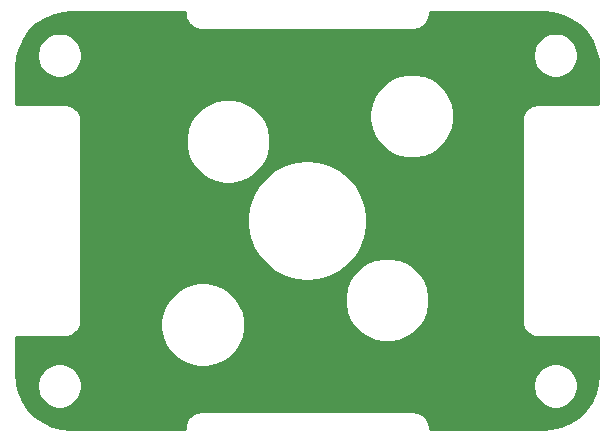
<source format=gbl>
G04 #@! TF.GenerationSoftware,KiCad,Pcbnew,(5.1.9)-1*
G04 #@! TF.CreationDate,2021-08-06T09:53:28+02:00*
G04 #@! TF.ProjectId,Driver,44726976-6572-42e6-9b69-6361645f7063,rev?*
G04 #@! TF.SameCoordinates,Original*
G04 #@! TF.FileFunction,Copper,L2,Bot*
G04 #@! TF.FilePolarity,Positive*
%FSLAX46Y46*%
G04 Gerber Fmt 4.6, Leading zero omitted, Abs format (unit mm)*
G04 Created by KiCad (PCBNEW (5.1.9)-1) date 2021-08-06 09:53:28*
%MOMM*%
%LPD*%
G01*
G04 APERTURE LIST*
G04 #@! TA.AperFunction,ComponentPad*
%ADD10C,0.600000*%
G04 #@! TD*
G04 #@! TA.AperFunction,ViaPad*
%ADD11C,0.600000*%
G04 #@! TD*
G04 #@! TA.AperFunction,Conductor*
%ADD12C,0.254000*%
G04 #@! TD*
G04 #@! TA.AperFunction,Conductor*
%ADD13C,0.100000*%
G04 #@! TD*
G04 APERTURE END LIST*
D10*
X162617904Y-82513591D03*
D11*
X131617904Y-93513591D03*
X129117904Y-93513591D03*
X126617904Y-93513591D03*
X124117904Y-93513591D03*
X124117904Y-96013591D03*
X126617904Y-96013591D03*
X129117904Y-96013591D03*
X131617904Y-96013591D03*
X131617904Y-98513591D03*
X129117904Y-98513591D03*
X124117904Y-98513591D03*
X126617904Y-98513591D03*
X124117904Y-101013591D03*
X126617904Y-101013591D03*
X129117904Y-101013591D03*
X124117904Y-103513591D03*
X126617904Y-103513591D03*
X129117904Y-103513591D03*
X134117904Y-93513591D03*
X127867904Y-97263591D03*
X130367904Y-97263591D03*
X125367904Y-97263591D03*
X125367904Y-99763591D03*
X127867904Y-99763591D03*
D12*
X131265905Y-76030883D02*
X131267419Y-76046260D01*
X131267376Y-76052475D01*
X131267856Y-76057367D01*
X131288257Y-76251464D01*
X131294676Y-76282736D01*
X131300650Y-76314053D01*
X131302071Y-76318758D01*
X131359783Y-76505196D01*
X131372130Y-76534567D01*
X131384097Y-76564187D01*
X131386404Y-76568526D01*
X131479229Y-76740203D01*
X131497062Y-76766641D01*
X131514539Y-76793349D01*
X131517646Y-76797158D01*
X131642050Y-76947536D01*
X131664663Y-76969991D01*
X131687008Y-76992810D01*
X131690796Y-76995942D01*
X131842038Y-77119292D01*
X131868580Y-77136927D01*
X131894935Y-77154972D01*
X131899258Y-77157310D01*
X132071581Y-77248935D01*
X132101071Y-77261090D01*
X132130400Y-77273660D01*
X132135095Y-77275114D01*
X132321931Y-77331523D01*
X132353208Y-77337716D01*
X132384432Y-77344353D01*
X132389320Y-77344866D01*
X132583554Y-77363911D01*
X132600612Y-77365591D01*
X150635196Y-77365591D01*
X150650582Y-77364076D01*
X150656788Y-77364119D01*
X150661680Y-77363639D01*
X150855777Y-77343238D01*
X150887049Y-77336819D01*
X150918366Y-77330845D01*
X150923069Y-77329425D01*
X150923075Y-77329423D01*
X151109509Y-77271712D01*
X151138880Y-77259365D01*
X151168500Y-77247398D01*
X151172839Y-77245091D01*
X151344516Y-77152266D01*
X151370954Y-77134433D01*
X151397662Y-77116956D01*
X151401471Y-77113849D01*
X151551849Y-76989445D01*
X151574304Y-76966832D01*
X151597123Y-76944487D01*
X151600255Y-76940699D01*
X151723605Y-76789457D01*
X151741240Y-76762915D01*
X151759285Y-76736560D01*
X151761623Y-76732237D01*
X151853248Y-76559914D01*
X151865403Y-76530424D01*
X151877973Y-76501095D01*
X151879427Y-76496400D01*
X151935836Y-76309564D01*
X151942029Y-76278287D01*
X151948666Y-76247063D01*
X151949179Y-76242175D01*
X151968224Y-76047941D01*
X151969904Y-76030883D01*
X151969904Y-75865591D01*
X161602232Y-75865591D01*
X162440746Y-75940426D01*
X163237579Y-76158415D01*
X163983216Y-76514067D01*
X164654091Y-76996139D01*
X165228991Y-77589389D01*
X165689750Y-78275072D01*
X166021806Y-79031515D01*
X166215308Y-79837507D01*
X166265905Y-80526516D01*
X166265904Y-83661591D01*
X161100612Y-83661591D01*
X161085226Y-83663106D01*
X161079019Y-83663063D01*
X161074128Y-83663543D01*
X160880031Y-83683944D01*
X160848759Y-83690363D01*
X160817442Y-83696337D01*
X160812739Y-83697757D01*
X160812733Y-83697759D01*
X160626299Y-83755470D01*
X160596928Y-83767817D01*
X160567308Y-83779784D01*
X160562969Y-83782092D01*
X160391292Y-83874916D01*
X160364854Y-83892749D01*
X160338146Y-83910226D01*
X160334337Y-83913333D01*
X160183959Y-84037737D01*
X160161504Y-84060350D01*
X160138685Y-84082695D01*
X160135553Y-84086483D01*
X160012203Y-84237725D01*
X159994580Y-84264249D01*
X159976523Y-84290621D01*
X159974185Y-84294945D01*
X159882560Y-84467267D01*
X159870405Y-84496757D01*
X159857835Y-84526086D01*
X159856382Y-84530782D01*
X159799972Y-84717618D01*
X159793776Y-84748910D01*
X159787142Y-84780120D01*
X159786629Y-84785008D01*
X159767584Y-84979241D01*
X159765904Y-84996300D01*
X159765905Y-102030883D01*
X159767419Y-102046260D01*
X159767376Y-102052475D01*
X159767856Y-102057367D01*
X159788257Y-102251464D01*
X159794676Y-102282736D01*
X159800650Y-102314053D01*
X159802071Y-102318758D01*
X159859783Y-102505196D01*
X159872130Y-102534567D01*
X159884097Y-102564187D01*
X159886404Y-102568526D01*
X159979229Y-102740203D01*
X159997062Y-102766641D01*
X160014539Y-102793349D01*
X160017646Y-102797158D01*
X160142050Y-102947536D01*
X160164663Y-102969991D01*
X160187008Y-102992810D01*
X160190796Y-102995942D01*
X160342038Y-103119292D01*
X160368580Y-103136927D01*
X160394935Y-103154972D01*
X160399258Y-103157310D01*
X160571581Y-103248935D01*
X160601071Y-103261090D01*
X160630400Y-103273660D01*
X160635095Y-103275114D01*
X160821931Y-103331523D01*
X160853208Y-103337716D01*
X160884432Y-103344353D01*
X160889320Y-103344866D01*
X161083554Y-103363911D01*
X161100612Y-103365591D01*
X166265905Y-103365591D01*
X166265904Y-106497919D01*
X166191069Y-107336433D01*
X165973080Y-108133264D01*
X165617427Y-108878906D01*
X165135356Y-109549778D01*
X164542106Y-110124678D01*
X163856423Y-110585437D01*
X163099980Y-110917493D01*
X162293988Y-111110995D01*
X161604993Y-111161591D01*
X151969904Y-111161591D01*
X151969904Y-110996299D01*
X151968389Y-110980913D01*
X151968432Y-110974706D01*
X151967952Y-110969815D01*
X151947551Y-110775718D01*
X151941132Y-110744446D01*
X151935158Y-110713129D01*
X151933737Y-110708424D01*
X151876025Y-110521986D01*
X151863678Y-110492615D01*
X151851711Y-110462995D01*
X151849403Y-110458656D01*
X151756579Y-110286979D01*
X151738746Y-110260541D01*
X151721269Y-110233833D01*
X151718162Y-110230024D01*
X151593758Y-110079646D01*
X151571145Y-110057191D01*
X151548800Y-110034372D01*
X151545012Y-110031240D01*
X151393770Y-109907890D01*
X151367246Y-109890267D01*
X151340874Y-109872210D01*
X151336550Y-109869872D01*
X151164228Y-109778247D01*
X151134738Y-109766092D01*
X151105409Y-109753522D01*
X151100713Y-109752069D01*
X150913877Y-109695659D01*
X150882585Y-109689463D01*
X150851375Y-109682829D01*
X150846487Y-109682316D01*
X150652254Y-109663271D01*
X150635196Y-109661591D01*
X132600612Y-109661591D01*
X132585226Y-109663106D01*
X132579019Y-109663063D01*
X132574128Y-109663543D01*
X132380031Y-109683944D01*
X132348759Y-109690363D01*
X132317442Y-109696337D01*
X132312739Y-109697757D01*
X132312733Y-109697759D01*
X132126299Y-109755470D01*
X132096928Y-109767817D01*
X132067308Y-109779784D01*
X132062969Y-109782092D01*
X131891292Y-109874916D01*
X131864854Y-109892749D01*
X131838146Y-109910226D01*
X131834337Y-109913333D01*
X131683959Y-110037737D01*
X131661504Y-110060350D01*
X131638685Y-110082695D01*
X131635553Y-110086483D01*
X131512203Y-110237725D01*
X131494580Y-110264249D01*
X131476523Y-110290621D01*
X131474185Y-110294945D01*
X131382560Y-110467267D01*
X131370405Y-110496757D01*
X131357835Y-110526086D01*
X131356382Y-110530782D01*
X131299972Y-110717618D01*
X131293776Y-110748910D01*
X131287142Y-110780120D01*
X131286629Y-110785008D01*
X131267633Y-110978746D01*
X131265904Y-110996300D01*
X131265904Y-111161591D01*
X121633576Y-111161591D01*
X120795062Y-111086756D01*
X119998231Y-110868767D01*
X119252589Y-110513114D01*
X118581717Y-110031043D01*
X118006817Y-109437793D01*
X117546058Y-108752110D01*
X117214002Y-107995667D01*
X117053038Y-107325202D01*
X118705159Y-107325202D01*
X118705159Y-107701980D01*
X118778665Y-108071518D01*
X118922851Y-108419616D01*
X119132178Y-108732895D01*
X119398600Y-108999317D01*
X119711879Y-109208644D01*
X120059977Y-109352830D01*
X120429515Y-109426336D01*
X120806293Y-109426336D01*
X121175831Y-109352830D01*
X121523929Y-109208644D01*
X121837208Y-108999317D01*
X122103630Y-108732895D01*
X122312957Y-108419616D01*
X122457143Y-108071518D01*
X122530649Y-107701980D01*
X122530649Y-107325202D01*
X160705159Y-107325202D01*
X160705159Y-107701980D01*
X160778665Y-108071518D01*
X160922851Y-108419616D01*
X161132178Y-108732895D01*
X161398600Y-108999317D01*
X161711879Y-109208644D01*
X162059977Y-109352830D01*
X162429515Y-109426336D01*
X162806293Y-109426336D01*
X163175831Y-109352830D01*
X163523929Y-109208644D01*
X163837208Y-108999317D01*
X164103630Y-108732895D01*
X164312957Y-108419616D01*
X164457143Y-108071518D01*
X164530649Y-107701980D01*
X164530649Y-107325202D01*
X164457143Y-106955664D01*
X164312957Y-106607566D01*
X164103630Y-106294287D01*
X163837208Y-106027865D01*
X163523929Y-105818538D01*
X163175831Y-105674352D01*
X162806293Y-105600846D01*
X162429515Y-105600846D01*
X162059977Y-105674352D01*
X161711879Y-105818538D01*
X161398600Y-106027865D01*
X161132178Y-106294287D01*
X160922851Y-106607566D01*
X160778665Y-106955664D01*
X160705159Y-107325202D01*
X122530649Y-107325202D01*
X122457143Y-106955664D01*
X122312957Y-106607566D01*
X122103630Y-106294287D01*
X121837208Y-106027865D01*
X121523929Y-105818538D01*
X121175831Y-105674352D01*
X120806293Y-105600846D01*
X120429515Y-105600846D01*
X120059977Y-105674352D01*
X119711879Y-105818538D01*
X119398600Y-106027865D01*
X119132178Y-106294287D01*
X118922851Y-106607566D01*
X118778665Y-106955664D01*
X118705159Y-107325202D01*
X117053038Y-107325202D01*
X117020500Y-107189675D01*
X116969904Y-106500680D01*
X116969904Y-103365591D01*
X121135196Y-103365591D01*
X121150582Y-103364076D01*
X121156788Y-103364119D01*
X121161680Y-103363639D01*
X121355777Y-103343238D01*
X121387049Y-103336819D01*
X121418366Y-103330845D01*
X121423069Y-103329425D01*
X121423075Y-103329423D01*
X121609509Y-103271712D01*
X121638880Y-103259365D01*
X121668500Y-103247398D01*
X121672839Y-103245091D01*
X121844516Y-103152266D01*
X121870954Y-103134433D01*
X121897662Y-103116956D01*
X121901471Y-103113849D01*
X122051849Y-102989445D01*
X122074304Y-102966832D01*
X122097123Y-102944487D01*
X122100255Y-102940699D01*
X122223605Y-102789457D01*
X122241240Y-102762915D01*
X122259285Y-102736560D01*
X122261623Y-102732237D01*
X122353248Y-102559914D01*
X122365403Y-102530424D01*
X122377973Y-102501095D01*
X122379427Y-102496400D01*
X122435836Y-102309564D01*
X122442029Y-102278287D01*
X122448666Y-102247063D01*
X122449179Y-102242175D01*
X122468224Y-102047941D01*
X122469904Y-102030883D01*
X122469904Y-101975043D01*
X129188273Y-101975043D01*
X129188273Y-102682139D01*
X129326220Y-103375648D01*
X129596814Y-104028919D01*
X129989655Y-104616848D01*
X130489647Y-105116840D01*
X131077576Y-105509681D01*
X131730847Y-105780275D01*
X132424356Y-105918222D01*
X133131452Y-105918222D01*
X133824961Y-105780275D01*
X134478232Y-105509681D01*
X135066161Y-105116840D01*
X135566153Y-104616848D01*
X135958994Y-104028919D01*
X136229588Y-103375648D01*
X136367535Y-102682139D01*
X136367535Y-101975043D01*
X136229588Y-101281534D01*
X135958994Y-100628263D01*
X135566153Y-100040334D01*
X135405201Y-99879382D01*
X144777612Y-99879382D01*
X144777612Y-100586478D01*
X144915559Y-101279987D01*
X145186153Y-101933258D01*
X145578994Y-102521187D01*
X146078986Y-103021179D01*
X146666915Y-103414020D01*
X147320186Y-103684614D01*
X148013695Y-103822561D01*
X148720791Y-103822561D01*
X149414300Y-103684614D01*
X150067571Y-103414020D01*
X150655500Y-103021179D01*
X151155492Y-102521187D01*
X151548333Y-101933258D01*
X151818927Y-101279987D01*
X151956874Y-100586478D01*
X151956874Y-99879382D01*
X151818927Y-99185873D01*
X151548333Y-98532602D01*
X151155492Y-97944673D01*
X150655500Y-97444681D01*
X150067571Y-97051840D01*
X149414300Y-96781246D01*
X148720791Y-96643299D01*
X148013695Y-96643299D01*
X147320186Y-96781246D01*
X146666915Y-97051840D01*
X146078986Y-97444681D01*
X145578994Y-97944673D01*
X145186153Y-98532602D01*
X144915559Y-99185873D01*
X144777612Y-99879382D01*
X135405201Y-99879382D01*
X135066161Y-99540342D01*
X134478232Y-99147501D01*
X133824961Y-98876907D01*
X133131452Y-98738960D01*
X132424356Y-98738960D01*
X131730847Y-98876907D01*
X131077576Y-99147501D01*
X130489647Y-99540342D01*
X129989655Y-100040334D01*
X129596814Y-100628263D01*
X129326220Y-101281534D01*
X129188273Y-101975043D01*
X122469904Y-101975043D01*
X122469904Y-93040992D01*
X136517754Y-93040992D01*
X136517754Y-93986190D01*
X136691433Y-94915293D01*
X137032878Y-95796663D01*
X137530460Y-96600286D01*
X138167235Y-97298795D01*
X138921518Y-97868403D01*
X139767624Y-98289714D01*
X140676739Y-98548379D01*
X141617904Y-98635591D01*
X142559069Y-98548379D01*
X143468184Y-98289714D01*
X144314290Y-97868403D01*
X145068573Y-97298795D01*
X145705348Y-96600286D01*
X146202930Y-95796663D01*
X146544375Y-94915293D01*
X146718054Y-93986190D01*
X146718054Y-93040992D01*
X146544375Y-92111889D01*
X146202930Y-91230519D01*
X145705348Y-90426896D01*
X145068573Y-89728387D01*
X144314290Y-89158779D01*
X143468184Y-88737468D01*
X142559069Y-88478803D01*
X141617904Y-88391591D01*
X140676739Y-88478803D01*
X139767624Y-88737468D01*
X138921518Y-89158779D01*
X138167235Y-89728387D01*
X137530460Y-90426896D01*
X137032878Y-91230519D01*
X136691433Y-92111889D01*
X136517754Y-93040992D01*
X122469904Y-93040992D01*
X122469904Y-86440043D01*
X131318273Y-86440043D01*
X131318273Y-87147139D01*
X131456220Y-87840648D01*
X131726814Y-88493919D01*
X132119655Y-89081848D01*
X132619647Y-89581840D01*
X133207576Y-89974681D01*
X133860847Y-90245275D01*
X134554356Y-90383222D01*
X135261452Y-90383222D01*
X135954961Y-90245275D01*
X136608232Y-89974681D01*
X137196161Y-89581840D01*
X137696153Y-89081848D01*
X138088994Y-88493919D01*
X138359588Y-87840648D01*
X138497535Y-87147139D01*
X138497535Y-86440043D01*
X138359588Y-85746534D01*
X138088994Y-85093263D01*
X137696153Y-84505334D01*
X137500862Y-84310043D01*
X146878273Y-84310043D01*
X146878273Y-85017139D01*
X147016220Y-85710648D01*
X147286814Y-86363919D01*
X147679655Y-86951848D01*
X148179647Y-87451840D01*
X148767576Y-87844681D01*
X149420847Y-88115275D01*
X150114356Y-88253222D01*
X150821452Y-88253222D01*
X151514961Y-88115275D01*
X152168232Y-87844681D01*
X152756161Y-87451840D01*
X153256153Y-86951848D01*
X153648994Y-86363919D01*
X153919588Y-85710648D01*
X154057535Y-85017139D01*
X154057535Y-84310043D01*
X153919588Y-83616534D01*
X153648994Y-82963263D01*
X153256153Y-82375334D01*
X152756161Y-81875342D01*
X152168232Y-81482501D01*
X151514961Y-81211907D01*
X150821452Y-81073960D01*
X150114356Y-81073960D01*
X149420847Y-81211907D01*
X148767576Y-81482501D01*
X148179647Y-81875342D01*
X147679655Y-82375334D01*
X147286814Y-82963263D01*
X147016220Y-83616534D01*
X146878273Y-84310043D01*
X137500862Y-84310043D01*
X137196161Y-84005342D01*
X136608232Y-83612501D01*
X135954961Y-83341907D01*
X135261452Y-83203960D01*
X134554356Y-83203960D01*
X133860847Y-83341907D01*
X133207576Y-83612501D01*
X132619647Y-84005342D01*
X132119655Y-84505334D01*
X131726814Y-85093263D01*
X131456220Y-85746534D01*
X131318273Y-86440043D01*
X122469904Y-86440043D01*
X122469904Y-84996299D01*
X122468389Y-84980913D01*
X122468432Y-84974706D01*
X122467952Y-84969815D01*
X122447551Y-84775718D01*
X122441132Y-84744446D01*
X122435158Y-84713129D01*
X122433737Y-84708424D01*
X122376025Y-84521986D01*
X122363678Y-84492615D01*
X122351711Y-84462995D01*
X122349403Y-84458656D01*
X122256579Y-84286979D01*
X122238746Y-84260541D01*
X122221269Y-84233833D01*
X122218162Y-84230024D01*
X122093758Y-84079646D01*
X122071145Y-84057191D01*
X122048800Y-84034372D01*
X122045012Y-84031240D01*
X121893770Y-83907890D01*
X121867246Y-83890267D01*
X121840874Y-83872210D01*
X121836550Y-83869872D01*
X121664228Y-83778247D01*
X121634738Y-83766092D01*
X121605409Y-83753522D01*
X121600713Y-83752069D01*
X121413877Y-83695659D01*
X121382585Y-83689463D01*
X121351375Y-83682829D01*
X121346487Y-83682316D01*
X121152254Y-83663271D01*
X121135196Y-83661591D01*
X116969904Y-83661591D01*
X116969904Y-80529263D01*
X117044739Y-79690749D01*
X117144741Y-79325202D01*
X118705159Y-79325202D01*
X118705159Y-79701980D01*
X118778665Y-80071518D01*
X118922851Y-80419616D01*
X119132178Y-80732895D01*
X119398600Y-80999317D01*
X119711879Y-81208644D01*
X120059977Y-81352830D01*
X120429515Y-81426336D01*
X120806293Y-81426336D01*
X121175831Y-81352830D01*
X121523929Y-81208644D01*
X121837208Y-80999317D01*
X122103630Y-80732895D01*
X122312957Y-80419616D01*
X122457143Y-80071518D01*
X122530649Y-79701980D01*
X122530649Y-79325202D01*
X160705159Y-79325202D01*
X160705159Y-79701980D01*
X160778665Y-80071518D01*
X160922851Y-80419616D01*
X161132178Y-80732895D01*
X161398600Y-80999317D01*
X161711879Y-81208644D01*
X162059977Y-81352830D01*
X162429515Y-81426336D01*
X162806293Y-81426336D01*
X163175831Y-81352830D01*
X163523929Y-81208644D01*
X163837208Y-80999317D01*
X164103630Y-80732895D01*
X164312957Y-80419616D01*
X164457143Y-80071518D01*
X164530649Y-79701980D01*
X164530649Y-79325202D01*
X164457143Y-78955664D01*
X164312957Y-78607566D01*
X164103630Y-78294287D01*
X163837208Y-78027865D01*
X163523929Y-77818538D01*
X163175831Y-77674352D01*
X162806293Y-77600846D01*
X162429515Y-77600846D01*
X162059977Y-77674352D01*
X161711879Y-77818538D01*
X161398600Y-78027865D01*
X161132178Y-78294287D01*
X160922851Y-78607566D01*
X160778665Y-78955664D01*
X160705159Y-79325202D01*
X122530649Y-79325202D01*
X122457143Y-78955664D01*
X122312957Y-78607566D01*
X122103630Y-78294287D01*
X121837208Y-78027865D01*
X121523929Y-77818538D01*
X121175831Y-77674352D01*
X120806293Y-77600846D01*
X120429515Y-77600846D01*
X120059977Y-77674352D01*
X119711879Y-77818538D01*
X119398600Y-78027865D01*
X119132178Y-78294287D01*
X118922851Y-78607566D01*
X118778665Y-78955664D01*
X118705159Y-79325202D01*
X117144741Y-79325202D01*
X117262728Y-78893916D01*
X117618380Y-78148279D01*
X118100452Y-77477404D01*
X118693702Y-76902504D01*
X119379385Y-76441745D01*
X120135828Y-76109689D01*
X120941820Y-75916187D01*
X121630815Y-75865591D01*
X131265905Y-75865591D01*
X131265905Y-76030883D01*
G04 #@! TA.AperFunction,Conductor*
D13*
G36*
X131265905Y-76030883D02*
G01*
X131267419Y-76046260D01*
X131267376Y-76052475D01*
X131267856Y-76057367D01*
X131288257Y-76251464D01*
X131294676Y-76282736D01*
X131300650Y-76314053D01*
X131302071Y-76318758D01*
X131359783Y-76505196D01*
X131372130Y-76534567D01*
X131384097Y-76564187D01*
X131386404Y-76568526D01*
X131479229Y-76740203D01*
X131497062Y-76766641D01*
X131514539Y-76793349D01*
X131517646Y-76797158D01*
X131642050Y-76947536D01*
X131664663Y-76969991D01*
X131687008Y-76992810D01*
X131690796Y-76995942D01*
X131842038Y-77119292D01*
X131868580Y-77136927D01*
X131894935Y-77154972D01*
X131899258Y-77157310D01*
X132071581Y-77248935D01*
X132101071Y-77261090D01*
X132130400Y-77273660D01*
X132135095Y-77275114D01*
X132321931Y-77331523D01*
X132353208Y-77337716D01*
X132384432Y-77344353D01*
X132389320Y-77344866D01*
X132583554Y-77363911D01*
X132600612Y-77365591D01*
X150635196Y-77365591D01*
X150650582Y-77364076D01*
X150656788Y-77364119D01*
X150661680Y-77363639D01*
X150855777Y-77343238D01*
X150887049Y-77336819D01*
X150918366Y-77330845D01*
X150923069Y-77329425D01*
X150923075Y-77329423D01*
X151109509Y-77271712D01*
X151138880Y-77259365D01*
X151168500Y-77247398D01*
X151172839Y-77245091D01*
X151344516Y-77152266D01*
X151370954Y-77134433D01*
X151397662Y-77116956D01*
X151401471Y-77113849D01*
X151551849Y-76989445D01*
X151574304Y-76966832D01*
X151597123Y-76944487D01*
X151600255Y-76940699D01*
X151723605Y-76789457D01*
X151741240Y-76762915D01*
X151759285Y-76736560D01*
X151761623Y-76732237D01*
X151853248Y-76559914D01*
X151865403Y-76530424D01*
X151877973Y-76501095D01*
X151879427Y-76496400D01*
X151935836Y-76309564D01*
X151942029Y-76278287D01*
X151948666Y-76247063D01*
X151949179Y-76242175D01*
X151968224Y-76047941D01*
X151969904Y-76030883D01*
X151969904Y-75865591D01*
X161602232Y-75865591D01*
X162440746Y-75940426D01*
X163237579Y-76158415D01*
X163983216Y-76514067D01*
X164654091Y-76996139D01*
X165228991Y-77589389D01*
X165689750Y-78275072D01*
X166021806Y-79031515D01*
X166215308Y-79837507D01*
X166265905Y-80526516D01*
X166265904Y-83661591D01*
X161100612Y-83661591D01*
X161085226Y-83663106D01*
X161079019Y-83663063D01*
X161074128Y-83663543D01*
X160880031Y-83683944D01*
X160848759Y-83690363D01*
X160817442Y-83696337D01*
X160812739Y-83697757D01*
X160812733Y-83697759D01*
X160626299Y-83755470D01*
X160596928Y-83767817D01*
X160567308Y-83779784D01*
X160562969Y-83782092D01*
X160391292Y-83874916D01*
X160364854Y-83892749D01*
X160338146Y-83910226D01*
X160334337Y-83913333D01*
X160183959Y-84037737D01*
X160161504Y-84060350D01*
X160138685Y-84082695D01*
X160135553Y-84086483D01*
X160012203Y-84237725D01*
X159994580Y-84264249D01*
X159976523Y-84290621D01*
X159974185Y-84294945D01*
X159882560Y-84467267D01*
X159870405Y-84496757D01*
X159857835Y-84526086D01*
X159856382Y-84530782D01*
X159799972Y-84717618D01*
X159793776Y-84748910D01*
X159787142Y-84780120D01*
X159786629Y-84785008D01*
X159767584Y-84979241D01*
X159765904Y-84996300D01*
X159765905Y-102030883D01*
X159767419Y-102046260D01*
X159767376Y-102052475D01*
X159767856Y-102057367D01*
X159788257Y-102251464D01*
X159794676Y-102282736D01*
X159800650Y-102314053D01*
X159802071Y-102318758D01*
X159859783Y-102505196D01*
X159872130Y-102534567D01*
X159884097Y-102564187D01*
X159886404Y-102568526D01*
X159979229Y-102740203D01*
X159997062Y-102766641D01*
X160014539Y-102793349D01*
X160017646Y-102797158D01*
X160142050Y-102947536D01*
X160164663Y-102969991D01*
X160187008Y-102992810D01*
X160190796Y-102995942D01*
X160342038Y-103119292D01*
X160368580Y-103136927D01*
X160394935Y-103154972D01*
X160399258Y-103157310D01*
X160571581Y-103248935D01*
X160601071Y-103261090D01*
X160630400Y-103273660D01*
X160635095Y-103275114D01*
X160821931Y-103331523D01*
X160853208Y-103337716D01*
X160884432Y-103344353D01*
X160889320Y-103344866D01*
X161083554Y-103363911D01*
X161100612Y-103365591D01*
X166265905Y-103365591D01*
X166265904Y-106497919D01*
X166191069Y-107336433D01*
X165973080Y-108133264D01*
X165617427Y-108878906D01*
X165135356Y-109549778D01*
X164542106Y-110124678D01*
X163856423Y-110585437D01*
X163099980Y-110917493D01*
X162293988Y-111110995D01*
X161604993Y-111161591D01*
X151969904Y-111161591D01*
X151969904Y-110996299D01*
X151968389Y-110980913D01*
X151968432Y-110974706D01*
X151967952Y-110969815D01*
X151947551Y-110775718D01*
X151941132Y-110744446D01*
X151935158Y-110713129D01*
X151933737Y-110708424D01*
X151876025Y-110521986D01*
X151863678Y-110492615D01*
X151851711Y-110462995D01*
X151849403Y-110458656D01*
X151756579Y-110286979D01*
X151738746Y-110260541D01*
X151721269Y-110233833D01*
X151718162Y-110230024D01*
X151593758Y-110079646D01*
X151571145Y-110057191D01*
X151548800Y-110034372D01*
X151545012Y-110031240D01*
X151393770Y-109907890D01*
X151367246Y-109890267D01*
X151340874Y-109872210D01*
X151336550Y-109869872D01*
X151164228Y-109778247D01*
X151134738Y-109766092D01*
X151105409Y-109753522D01*
X151100713Y-109752069D01*
X150913877Y-109695659D01*
X150882585Y-109689463D01*
X150851375Y-109682829D01*
X150846487Y-109682316D01*
X150652254Y-109663271D01*
X150635196Y-109661591D01*
X132600612Y-109661591D01*
X132585226Y-109663106D01*
X132579019Y-109663063D01*
X132574128Y-109663543D01*
X132380031Y-109683944D01*
X132348759Y-109690363D01*
X132317442Y-109696337D01*
X132312739Y-109697757D01*
X132312733Y-109697759D01*
X132126299Y-109755470D01*
X132096928Y-109767817D01*
X132067308Y-109779784D01*
X132062969Y-109782092D01*
X131891292Y-109874916D01*
X131864854Y-109892749D01*
X131838146Y-109910226D01*
X131834337Y-109913333D01*
X131683959Y-110037737D01*
X131661504Y-110060350D01*
X131638685Y-110082695D01*
X131635553Y-110086483D01*
X131512203Y-110237725D01*
X131494580Y-110264249D01*
X131476523Y-110290621D01*
X131474185Y-110294945D01*
X131382560Y-110467267D01*
X131370405Y-110496757D01*
X131357835Y-110526086D01*
X131356382Y-110530782D01*
X131299972Y-110717618D01*
X131293776Y-110748910D01*
X131287142Y-110780120D01*
X131286629Y-110785008D01*
X131267633Y-110978746D01*
X131265904Y-110996300D01*
X131265904Y-111161591D01*
X121633576Y-111161591D01*
X120795062Y-111086756D01*
X119998231Y-110868767D01*
X119252589Y-110513114D01*
X118581717Y-110031043D01*
X118006817Y-109437793D01*
X117546058Y-108752110D01*
X117214002Y-107995667D01*
X117053038Y-107325202D01*
X118705159Y-107325202D01*
X118705159Y-107701980D01*
X118778665Y-108071518D01*
X118922851Y-108419616D01*
X119132178Y-108732895D01*
X119398600Y-108999317D01*
X119711879Y-109208644D01*
X120059977Y-109352830D01*
X120429515Y-109426336D01*
X120806293Y-109426336D01*
X121175831Y-109352830D01*
X121523929Y-109208644D01*
X121837208Y-108999317D01*
X122103630Y-108732895D01*
X122312957Y-108419616D01*
X122457143Y-108071518D01*
X122530649Y-107701980D01*
X122530649Y-107325202D01*
X160705159Y-107325202D01*
X160705159Y-107701980D01*
X160778665Y-108071518D01*
X160922851Y-108419616D01*
X161132178Y-108732895D01*
X161398600Y-108999317D01*
X161711879Y-109208644D01*
X162059977Y-109352830D01*
X162429515Y-109426336D01*
X162806293Y-109426336D01*
X163175831Y-109352830D01*
X163523929Y-109208644D01*
X163837208Y-108999317D01*
X164103630Y-108732895D01*
X164312957Y-108419616D01*
X164457143Y-108071518D01*
X164530649Y-107701980D01*
X164530649Y-107325202D01*
X164457143Y-106955664D01*
X164312957Y-106607566D01*
X164103630Y-106294287D01*
X163837208Y-106027865D01*
X163523929Y-105818538D01*
X163175831Y-105674352D01*
X162806293Y-105600846D01*
X162429515Y-105600846D01*
X162059977Y-105674352D01*
X161711879Y-105818538D01*
X161398600Y-106027865D01*
X161132178Y-106294287D01*
X160922851Y-106607566D01*
X160778665Y-106955664D01*
X160705159Y-107325202D01*
X122530649Y-107325202D01*
X122457143Y-106955664D01*
X122312957Y-106607566D01*
X122103630Y-106294287D01*
X121837208Y-106027865D01*
X121523929Y-105818538D01*
X121175831Y-105674352D01*
X120806293Y-105600846D01*
X120429515Y-105600846D01*
X120059977Y-105674352D01*
X119711879Y-105818538D01*
X119398600Y-106027865D01*
X119132178Y-106294287D01*
X118922851Y-106607566D01*
X118778665Y-106955664D01*
X118705159Y-107325202D01*
X117053038Y-107325202D01*
X117020500Y-107189675D01*
X116969904Y-106500680D01*
X116969904Y-103365591D01*
X121135196Y-103365591D01*
X121150582Y-103364076D01*
X121156788Y-103364119D01*
X121161680Y-103363639D01*
X121355777Y-103343238D01*
X121387049Y-103336819D01*
X121418366Y-103330845D01*
X121423069Y-103329425D01*
X121423075Y-103329423D01*
X121609509Y-103271712D01*
X121638880Y-103259365D01*
X121668500Y-103247398D01*
X121672839Y-103245091D01*
X121844516Y-103152266D01*
X121870954Y-103134433D01*
X121897662Y-103116956D01*
X121901471Y-103113849D01*
X122051849Y-102989445D01*
X122074304Y-102966832D01*
X122097123Y-102944487D01*
X122100255Y-102940699D01*
X122223605Y-102789457D01*
X122241240Y-102762915D01*
X122259285Y-102736560D01*
X122261623Y-102732237D01*
X122353248Y-102559914D01*
X122365403Y-102530424D01*
X122377973Y-102501095D01*
X122379427Y-102496400D01*
X122435836Y-102309564D01*
X122442029Y-102278287D01*
X122448666Y-102247063D01*
X122449179Y-102242175D01*
X122468224Y-102047941D01*
X122469904Y-102030883D01*
X122469904Y-101975043D01*
X129188273Y-101975043D01*
X129188273Y-102682139D01*
X129326220Y-103375648D01*
X129596814Y-104028919D01*
X129989655Y-104616848D01*
X130489647Y-105116840D01*
X131077576Y-105509681D01*
X131730847Y-105780275D01*
X132424356Y-105918222D01*
X133131452Y-105918222D01*
X133824961Y-105780275D01*
X134478232Y-105509681D01*
X135066161Y-105116840D01*
X135566153Y-104616848D01*
X135958994Y-104028919D01*
X136229588Y-103375648D01*
X136367535Y-102682139D01*
X136367535Y-101975043D01*
X136229588Y-101281534D01*
X135958994Y-100628263D01*
X135566153Y-100040334D01*
X135405201Y-99879382D01*
X144777612Y-99879382D01*
X144777612Y-100586478D01*
X144915559Y-101279987D01*
X145186153Y-101933258D01*
X145578994Y-102521187D01*
X146078986Y-103021179D01*
X146666915Y-103414020D01*
X147320186Y-103684614D01*
X148013695Y-103822561D01*
X148720791Y-103822561D01*
X149414300Y-103684614D01*
X150067571Y-103414020D01*
X150655500Y-103021179D01*
X151155492Y-102521187D01*
X151548333Y-101933258D01*
X151818927Y-101279987D01*
X151956874Y-100586478D01*
X151956874Y-99879382D01*
X151818927Y-99185873D01*
X151548333Y-98532602D01*
X151155492Y-97944673D01*
X150655500Y-97444681D01*
X150067571Y-97051840D01*
X149414300Y-96781246D01*
X148720791Y-96643299D01*
X148013695Y-96643299D01*
X147320186Y-96781246D01*
X146666915Y-97051840D01*
X146078986Y-97444681D01*
X145578994Y-97944673D01*
X145186153Y-98532602D01*
X144915559Y-99185873D01*
X144777612Y-99879382D01*
X135405201Y-99879382D01*
X135066161Y-99540342D01*
X134478232Y-99147501D01*
X133824961Y-98876907D01*
X133131452Y-98738960D01*
X132424356Y-98738960D01*
X131730847Y-98876907D01*
X131077576Y-99147501D01*
X130489647Y-99540342D01*
X129989655Y-100040334D01*
X129596814Y-100628263D01*
X129326220Y-101281534D01*
X129188273Y-101975043D01*
X122469904Y-101975043D01*
X122469904Y-93040992D01*
X136517754Y-93040992D01*
X136517754Y-93986190D01*
X136691433Y-94915293D01*
X137032878Y-95796663D01*
X137530460Y-96600286D01*
X138167235Y-97298795D01*
X138921518Y-97868403D01*
X139767624Y-98289714D01*
X140676739Y-98548379D01*
X141617904Y-98635591D01*
X142559069Y-98548379D01*
X143468184Y-98289714D01*
X144314290Y-97868403D01*
X145068573Y-97298795D01*
X145705348Y-96600286D01*
X146202930Y-95796663D01*
X146544375Y-94915293D01*
X146718054Y-93986190D01*
X146718054Y-93040992D01*
X146544375Y-92111889D01*
X146202930Y-91230519D01*
X145705348Y-90426896D01*
X145068573Y-89728387D01*
X144314290Y-89158779D01*
X143468184Y-88737468D01*
X142559069Y-88478803D01*
X141617904Y-88391591D01*
X140676739Y-88478803D01*
X139767624Y-88737468D01*
X138921518Y-89158779D01*
X138167235Y-89728387D01*
X137530460Y-90426896D01*
X137032878Y-91230519D01*
X136691433Y-92111889D01*
X136517754Y-93040992D01*
X122469904Y-93040992D01*
X122469904Y-86440043D01*
X131318273Y-86440043D01*
X131318273Y-87147139D01*
X131456220Y-87840648D01*
X131726814Y-88493919D01*
X132119655Y-89081848D01*
X132619647Y-89581840D01*
X133207576Y-89974681D01*
X133860847Y-90245275D01*
X134554356Y-90383222D01*
X135261452Y-90383222D01*
X135954961Y-90245275D01*
X136608232Y-89974681D01*
X137196161Y-89581840D01*
X137696153Y-89081848D01*
X138088994Y-88493919D01*
X138359588Y-87840648D01*
X138497535Y-87147139D01*
X138497535Y-86440043D01*
X138359588Y-85746534D01*
X138088994Y-85093263D01*
X137696153Y-84505334D01*
X137500862Y-84310043D01*
X146878273Y-84310043D01*
X146878273Y-85017139D01*
X147016220Y-85710648D01*
X147286814Y-86363919D01*
X147679655Y-86951848D01*
X148179647Y-87451840D01*
X148767576Y-87844681D01*
X149420847Y-88115275D01*
X150114356Y-88253222D01*
X150821452Y-88253222D01*
X151514961Y-88115275D01*
X152168232Y-87844681D01*
X152756161Y-87451840D01*
X153256153Y-86951848D01*
X153648994Y-86363919D01*
X153919588Y-85710648D01*
X154057535Y-85017139D01*
X154057535Y-84310043D01*
X153919588Y-83616534D01*
X153648994Y-82963263D01*
X153256153Y-82375334D01*
X152756161Y-81875342D01*
X152168232Y-81482501D01*
X151514961Y-81211907D01*
X150821452Y-81073960D01*
X150114356Y-81073960D01*
X149420847Y-81211907D01*
X148767576Y-81482501D01*
X148179647Y-81875342D01*
X147679655Y-82375334D01*
X147286814Y-82963263D01*
X147016220Y-83616534D01*
X146878273Y-84310043D01*
X137500862Y-84310043D01*
X137196161Y-84005342D01*
X136608232Y-83612501D01*
X135954961Y-83341907D01*
X135261452Y-83203960D01*
X134554356Y-83203960D01*
X133860847Y-83341907D01*
X133207576Y-83612501D01*
X132619647Y-84005342D01*
X132119655Y-84505334D01*
X131726814Y-85093263D01*
X131456220Y-85746534D01*
X131318273Y-86440043D01*
X122469904Y-86440043D01*
X122469904Y-84996299D01*
X122468389Y-84980913D01*
X122468432Y-84974706D01*
X122467952Y-84969815D01*
X122447551Y-84775718D01*
X122441132Y-84744446D01*
X122435158Y-84713129D01*
X122433737Y-84708424D01*
X122376025Y-84521986D01*
X122363678Y-84492615D01*
X122351711Y-84462995D01*
X122349403Y-84458656D01*
X122256579Y-84286979D01*
X122238746Y-84260541D01*
X122221269Y-84233833D01*
X122218162Y-84230024D01*
X122093758Y-84079646D01*
X122071145Y-84057191D01*
X122048800Y-84034372D01*
X122045012Y-84031240D01*
X121893770Y-83907890D01*
X121867246Y-83890267D01*
X121840874Y-83872210D01*
X121836550Y-83869872D01*
X121664228Y-83778247D01*
X121634738Y-83766092D01*
X121605409Y-83753522D01*
X121600713Y-83752069D01*
X121413877Y-83695659D01*
X121382585Y-83689463D01*
X121351375Y-83682829D01*
X121346487Y-83682316D01*
X121152254Y-83663271D01*
X121135196Y-83661591D01*
X116969904Y-83661591D01*
X116969904Y-80529263D01*
X117044739Y-79690749D01*
X117144741Y-79325202D01*
X118705159Y-79325202D01*
X118705159Y-79701980D01*
X118778665Y-80071518D01*
X118922851Y-80419616D01*
X119132178Y-80732895D01*
X119398600Y-80999317D01*
X119711879Y-81208644D01*
X120059977Y-81352830D01*
X120429515Y-81426336D01*
X120806293Y-81426336D01*
X121175831Y-81352830D01*
X121523929Y-81208644D01*
X121837208Y-80999317D01*
X122103630Y-80732895D01*
X122312957Y-80419616D01*
X122457143Y-80071518D01*
X122530649Y-79701980D01*
X122530649Y-79325202D01*
X160705159Y-79325202D01*
X160705159Y-79701980D01*
X160778665Y-80071518D01*
X160922851Y-80419616D01*
X161132178Y-80732895D01*
X161398600Y-80999317D01*
X161711879Y-81208644D01*
X162059977Y-81352830D01*
X162429515Y-81426336D01*
X162806293Y-81426336D01*
X163175831Y-81352830D01*
X163523929Y-81208644D01*
X163837208Y-80999317D01*
X164103630Y-80732895D01*
X164312957Y-80419616D01*
X164457143Y-80071518D01*
X164530649Y-79701980D01*
X164530649Y-79325202D01*
X164457143Y-78955664D01*
X164312957Y-78607566D01*
X164103630Y-78294287D01*
X163837208Y-78027865D01*
X163523929Y-77818538D01*
X163175831Y-77674352D01*
X162806293Y-77600846D01*
X162429515Y-77600846D01*
X162059977Y-77674352D01*
X161711879Y-77818538D01*
X161398600Y-78027865D01*
X161132178Y-78294287D01*
X160922851Y-78607566D01*
X160778665Y-78955664D01*
X160705159Y-79325202D01*
X122530649Y-79325202D01*
X122457143Y-78955664D01*
X122312957Y-78607566D01*
X122103630Y-78294287D01*
X121837208Y-78027865D01*
X121523929Y-77818538D01*
X121175831Y-77674352D01*
X120806293Y-77600846D01*
X120429515Y-77600846D01*
X120059977Y-77674352D01*
X119711879Y-77818538D01*
X119398600Y-78027865D01*
X119132178Y-78294287D01*
X118922851Y-78607566D01*
X118778665Y-78955664D01*
X118705159Y-79325202D01*
X117144741Y-79325202D01*
X117262728Y-78893916D01*
X117618380Y-78148279D01*
X118100452Y-77477404D01*
X118693702Y-76902504D01*
X119379385Y-76441745D01*
X120135828Y-76109689D01*
X120941820Y-75916187D01*
X121630815Y-75865591D01*
X131265905Y-75865591D01*
X131265905Y-76030883D01*
G37*
G04 #@! TD.AperFunction*
M02*

</source>
